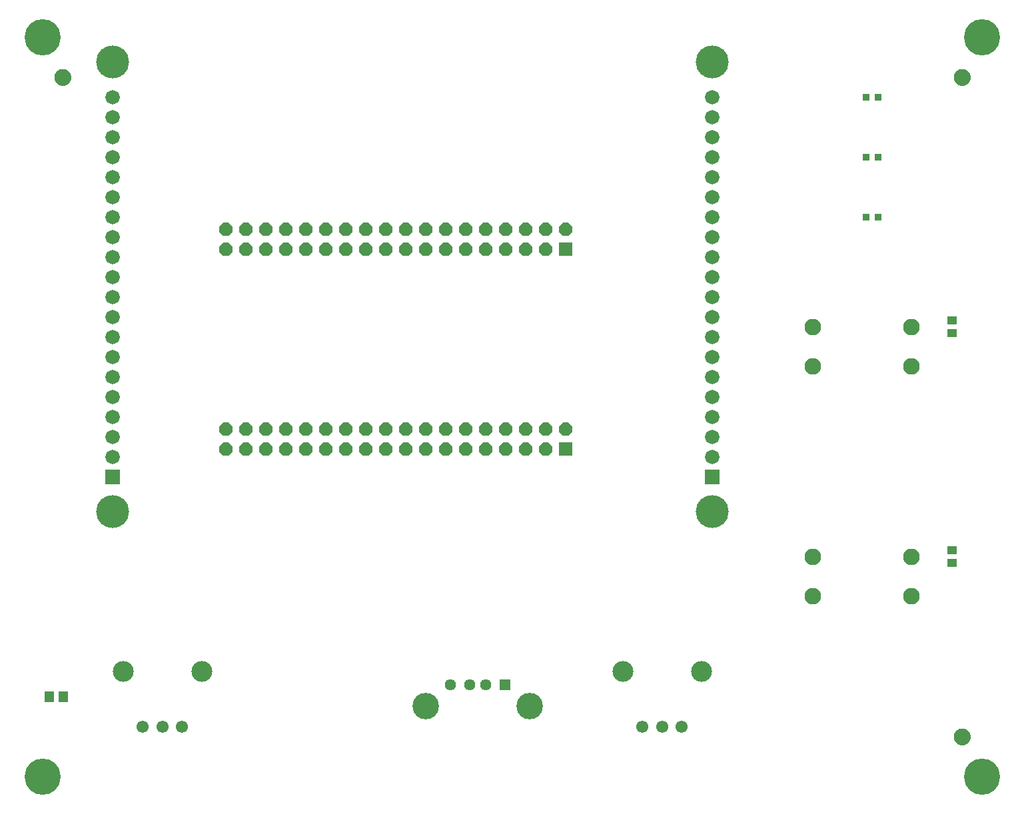
<source format=gbr>
G04 EAGLE Gerber RS-274X export*
G75*
%MOMM*%
%FSLAX34Y34*%
%LPD*%
%INSoldermask Top*%
%IPPOS*%
%AMOC8*
5,1,8,0,0,1.08239X$1,22.5*%
G01*
%ADD10R,1.440400X1.440400*%
%ADD11C,1.440400*%
%ADD12C,3.372400*%
%ADD13R,0.952400X0.952400*%
%ADD14C,1.552400*%
%ADD15C,2.652400*%
%ADD16C,2.112400*%
%ADD17R,1.183641X1.102359*%
%ADD18R,1.676400X1.676400*%
%ADD19P,1.814519X8X202.500000*%
%ADD20R,1.828800X1.828800*%
%ADD21C,1.828800*%
%ADD22C,4.168400*%
%ADD23C,4.597400*%
%ADD24C,0.609600*%
%ADD25C,1.168400*%
%ADD26R,1.295400X1.422400*%


D10*
X626110Y154940D03*
D11*
X601110Y154940D03*
X581110Y154940D03*
X556110Y154940D03*
D12*
X656810Y127840D03*
X525410Y127840D03*
D13*
X1084700Y901700D03*
X1099700Y901700D03*
D14*
X800500Y101600D03*
X825500Y101600D03*
X850500Y101600D03*
D15*
X775500Y171600D03*
X875500Y171600D03*
D16*
X1142000Y609200D03*
X1142000Y559200D03*
X1017000Y559200D03*
X1017000Y609200D03*
D17*
X1193800Y601599D03*
X1193800Y617601D03*
D13*
X1084700Y825500D03*
X1099700Y825500D03*
X1084700Y749300D03*
X1099700Y749300D03*
D16*
X1142000Y317100D03*
X1142000Y267100D03*
X1017000Y267100D03*
X1017000Y317100D03*
D17*
X1193800Y309499D03*
X1193800Y325501D03*
D14*
X165500Y101600D03*
X190500Y101600D03*
X215500Y101600D03*
D15*
X140500Y171600D03*
X240500Y171600D03*
D18*
X702900Y454400D03*
D19*
X702900Y479800D03*
X677500Y454400D03*
X677500Y479800D03*
X652100Y454400D03*
X652100Y479800D03*
X626700Y454400D03*
X626700Y479800D03*
X601300Y454400D03*
X601300Y479800D03*
X575900Y454400D03*
X575900Y479800D03*
X550500Y454400D03*
X550500Y479800D03*
X525100Y454400D03*
X525100Y479800D03*
X499700Y454400D03*
X499700Y479800D03*
X474300Y454400D03*
X474300Y479800D03*
X448900Y454400D03*
X448900Y479800D03*
X423500Y454400D03*
X423500Y479800D03*
X398100Y454400D03*
X398100Y479800D03*
X372700Y454400D03*
X372700Y479800D03*
X347300Y454400D03*
X347300Y479800D03*
X321900Y454400D03*
X321900Y479800D03*
X296500Y454400D03*
X296500Y479800D03*
X271100Y454400D03*
X271100Y479800D03*
D18*
X702900Y708400D03*
D19*
X702900Y733800D03*
X677500Y708400D03*
X677500Y733800D03*
X652100Y708400D03*
X652100Y733800D03*
X626700Y708400D03*
X626700Y733800D03*
X601300Y708400D03*
X601300Y733800D03*
X575900Y708400D03*
X575900Y733800D03*
X550500Y708400D03*
X550500Y733800D03*
X525100Y708400D03*
X525100Y733800D03*
X499700Y708400D03*
X499700Y733800D03*
X474300Y708400D03*
X474300Y733800D03*
X448900Y708400D03*
X448900Y733800D03*
X423500Y708400D03*
X423500Y733800D03*
X398100Y708400D03*
X398100Y733800D03*
X372700Y708400D03*
X372700Y733800D03*
X347300Y708400D03*
X347300Y733800D03*
X321900Y708400D03*
X321900Y733800D03*
X296500Y708400D03*
X296500Y733800D03*
X271100Y708400D03*
X271100Y733800D03*
D20*
X127000Y419100D03*
D21*
X127000Y444500D03*
X127000Y469900D03*
X127000Y495300D03*
X127000Y520700D03*
X127000Y546100D03*
X127000Y571500D03*
X127000Y596900D03*
X127000Y622300D03*
X127000Y647700D03*
X127000Y673100D03*
X127000Y698500D03*
X127000Y723900D03*
X127000Y749300D03*
X127000Y774700D03*
X127000Y800100D03*
X127000Y825500D03*
X127000Y850900D03*
X127000Y876300D03*
X127000Y901700D03*
D20*
X889000Y419100D03*
D21*
X889000Y444500D03*
X889000Y469900D03*
X889000Y495300D03*
X889000Y520700D03*
X889000Y546100D03*
X889000Y571500D03*
X889000Y596900D03*
X889000Y622300D03*
X889000Y647700D03*
X889000Y673100D03*
X889000Y698500D03*
X889000Y723900D03*
X889000Y749300D03*
X889000Y774700D03*
X889000Y800100D03*
X889000Y825500D03*
X889000Y850900D03*
X889000Y876300D03*
X889000Y901700D03*
D22*
X889000Y374650D03*
X889000Y946150D03*
X127000Y374650D03*
X127000Y946150D03*
D23*
X38100Y977900D03*
X1231900Y38100D03*
X38100Y38100D03*
X1231900Y977900D03*
D24*
X1198880Y88900D02*
X1198882Y89087D01*
X1198889Y89274D01*
X1198901Y89461D01*
X1198917Y89647D01*
X1198937Y89833D01*
X1198962Y90018D01*
X1198992Y90203D01*
X1199026Y90387D01*
X1199065Y90570D01*
X1199108Y90752D01*
X1199156Y90932D01*
X1199208Y91112D01*
X1199265Y91290D01*
X1199325Y91467D01*
X1199391Y91642D01*
X1199460Y91816D01*
X1199534Y91988D01*
X1199612Y92158D01*
X1199694Y92326D01*
X1199780Y92492D01*
X1199870Y92656D01*
X1199964Y92817D01*
X1200062Y92977D01*
X1200164Y93133D01*
X1200270Y93288D01*
X1200380Y93439D01*
X1200493Y93588D01*
X1200610Y93734D01*
X1200730Y93877D01*
X1200854Y94017D01*
X1200981Y94154D01*
X1201112Y94288D01*
X1201246Y94419D01*
X1201383Y94546D01*
X1201523Y94670D01*
X1201666Y94790D01*
X1201812Y94907D01*
X1201961Y95020D01*
X1202112Y95130D01*
X1202267Y95236D01*
X1202423Y95338D01*
X1202583Y95436D01*
X1202744Y95530D01*
X1202908Y95620D01*
X1203074Y95706D01*
X1203242Y95788D01*
X1203412Y95866D01*
X1203584Y95940D01*
X1203758Y96009D01*
X1203933Y96075D01*
X1204110Y96135D01*
X1204288Y96192D01*
X1204468Y96244D01*
X1204648Y96292D01*
X1204830Y96335D01*
X1205013Y96374D01*
X1205197Y96408D01*
X1205382Y96438D01*
X1205567Y96463D01*
X1205753Y96483D01*
X1205939Y96499D01*
X1206126Y96511D01*
X1206313Y96518D01*
X1206500Y96520D01*
X1206687Y96518D01*
X1206874Y96511D01*
X1207061Y96499D01*
X1207247Y96483D01*
X1207433Y96463D01*
X1207618Y96438D01*
X1207803Y96408D01*
X1207987Y96374D01*
X1208170Y96335D01*
X1208352Y96292D01*
X1208532Y96244D01*
X1208712Y96192D01*
X1208890Y96135D01*
X1209067Y96075D01*
X1209242Y96009D01*
X1209416Y95940D01*
X1209588Y95866D01*
X1209758Y95788D01*
X1209926Y95706D01*
X1210092Y95620D01*
X1210256Y95530D01*
X1210417Y95436D01*
X1210577Y95338D01*
X1210733Y95236D01*
X1210888Y95130D01*
X1211039Y95020D01*
X1211188Y94907D01*
X1211334Y94790D01*
X1211477Y94670D01*
X1211617Y94546D01*
X1211754Y94419D01*
X1211888Y94288D01*
X1212019Y94154D01*
X1212146Y94017D01*
X1212270Y93877D01*
X1212390Y93734D01*
X1212507Y93588D01*
X1212620Y93439D01*
X1212730Y93288D01*
X1212836Y93133D01*
X1212938Y92977D01*
X1213036Y92817D01*
X1213130Y92656D01*
X1213220Y92492D01*
X1213306Y92326D01*
X1213388Y92158D01*
X1213466Y91988D01*
X1213540Y91816D01*
X1213609Y91642D01*
X1213675Y91467D01*
X1213735Y91290D01*
X1213792Y91112D01*
X1213844Y90932D01*
X1213892Y90752D01*
X1213935Y90570D01*
X1213974Y90387D01*
X1214008Y90203D01*
X1214038Y90018D01*
X1214063Y89833D01*
X1214083Y89647D01*
X1214099Y89461D01*
X1214111Y89274D01*
X1214118Y89087D01*
X1214120Y88900D01*
X1214118Y88713D01*
X1214111Y88526D01*
X1214099Y88339D01*
X1214083Y88153D01*
X1214063Y87967D01*
X1214038Y87782D01*
X1214008Y87597D01*
X1213974Y87413D01*
X1213935Y87230D01*
X1213892Y87048D01*
X1213844Y86868D01*
X1213792Y86688D01*
X1213735Y86510D01*
X1213675Y86333D01*
X1213609Y86158D01*
X1213540Y85984D01*
X1213466Y85812D01*
X1213388Y85642D01*
X1213306Y85474D01*
X1213220Y85308D01*
X1213130Y85144D01*
X1213036Y84983D01*
X1212938Y84823D01*
X1212836Y84667D01*
X1212730Y84512D01*
X1212620Y84361D01*
X1212507Y84212D01*
X1212390Y84066D01*
X1212270Y83923D01*
X1212146Y83783D01*
X1212019Y83646D01*
X1211888Y83512D01*
X1211754Y83381D01*
X1211617Y83254D01*
X1211477Y83130D01*
X1211334Y83010D01*
X1211188Y82893D01*
X1211039Y82780D01*
X1210888Y82670D01*
X1210733Y82564D01*
X1210577Y82462D01*
X1210417Y82364D01*
X1210256Y82270D01*
X1210092Y82180D01*
X1209926Y82094D01*
X1209758Y82012D01*
X1209588Y81934D01*
X1209416Y81860D01*
X1209242Y81791D01*
X1209067Y81725D01*
X1208890Y81665D01*
X1208712Y81608D01*
X1208532Y81556D01*
X1208352Y81508D01*
X1208170Y81465D01*
X1207987Y81426D01*
X1207803Y81392D01*
X1207618Y81362D01*
X1207433Y81337D01*
X1207247Y81317D01*
X1207061Y81301D01*
X1206874Y81289D01*
X1206687Y81282D01*
X1206500Y81280D01*
X1206313Y81282D01*
X1206126Y81289D01*
X1205939Y81301D01*
X1205753Y81317D01*
X1205567Y81337D01*
X1205382Y81362D01*
X1205197Y81392D01*
X1205013Y81426D01*
X1204830Y81465D01*
X1204648Y81508D01*
X1204468Y81556D01*
X1204288Y81608D01*
X1204110Y81665D01*
X1203933Y81725D01*
X1203758Y81791D01*
X1203584Y81860D01*
X1203412Y81934D01*
X1203242Y82012D01*
X1203074Y82094D01*
X1202908Y82180D01*
X1202744Y82270D01*
X1202583Y82364D01*
X1202423Y82462D01*
X1202267Y82564D01*
X1202112Y82670D01*
X1201961Y82780D01*
X1201812Y82893D01*
X1201666Y83010D01*
X1201523Y83130D01*
X1201383Y83254D01*
X1201246Y83381D01*
X1201112Y83512D01*
X1200981Y83646D01*
X1200854Y83783D01*
X1200730Y83923D01*
X1200610Y84066D01*
X1200493Y84212D01*
X1200380Y84361D01*
X1200270Y84512D01*
X1200164Y84667D01*
X1200062Y84823D01*
X1199964Y84983D01*
X1199870Y85144D01*
X1199780Y85308D01*
X1199694Y85474D01*
X1199612Y85642D01*
X1199534Y85812D01*
X1199460Y85984D01*
X1199391Y86158D01*
X1199325Y86333D01*
X1199265Y86510D01*
X1199208Y86688D01*
X1199156Y86868D01*
X1199108Y87048D01*
X1199065Y87230D01*
X1199026Y87413D01*
X1198992Y87597D01*
X1198962Y87782D01*
X1198937Y87967D01*
X1198917Y88153D01*
X1198901Y88339D01*
X1198889Y88526D01*
X1198882Y88713D01*
X1198880Y88900D01*
D25*
X1206500Y88900D03*
D24*
X55880Y927100D02*
X55882Y927287D01*
X55889Y927474D01*
X55901Y927661D01*
X55917Y927847D01*
X55937Y928033D01*
X55962Y928218D01*
X55992Y928403D01*
X56026Y928587D01*
X56065Y928770D01*
X56108Y928952D01*
X56156Y929132D01*
X56208Y929312D01*
X56265Y929490D01*
X56325Y929667D01*
X56391Y929842D01*
X56460Y930016D01*
X56534Y930188D01*
X56612Y930358D01*
X56694Y930526D01*
X56780Y930692D01*
X56870Y930856D01*
X56964Y931017D01*
X57062Y931177D01*
X57164Y931333D01*
X57270Y931488D01*
X57380Y931639D01*
X57493Y931788D01*
X57610Y931934D01*
X57730Y932077D01*
X57854Y932217D01*
X57981Y932354D01*
X58112Y932488D01*
X58246Y932619D01*
X58383Y932746D01*
X58523Y932870D01*
X58666Y932990D01*
X58812Y933107D01*
X58961Y933220D01*
X59112Y933330D01*
X59267Y933436D01*
X59423Y933538D01*
X59583Y933636D01*
X59744Y933730D01*
X59908Y933820D01*
X60074Y933906D01*
X60242Y933988D01*
X60412Y934066D01*
X60584Y934140D01*
X60758Y934209D01*
X60933Y934275D01*
X61110Y934335D01*
X61288Y934392D01*
X61468Y934444D01*
X61648Y934492D01*
X61830Y934535D01*
X62013Y934574D01*
X62197Y934608D01*
X62382Y934638D01*
X62567Y934663D01*
X62753Y934683D01*
X62939Y934699D01*
X63126Y934711D01*
X63313Y934718D01*
X63500Y934720D01*
X63687Y934718D01*
X63874Y934711D01*
X64061Y934699D01*
X64247Y934683D01*
X64433Y934663D01*
X64618Y934638D01*
X64803Y934608D01*
X64987Y934574D01*
X65170Y934535D01*
X65352Y934492D01*
X65532Y934444D01*
X65712Y934392D01*
X65890Y934335D01*
X66067Y934275D01*
X66242Y934209D01*
X66416Y934140D01*
X66588Y934066D01*
X66758Y933988D01*
X66926Y933906D01*
X67092Y933820D01*
X67256Y933730D01*
X67417Y933636D01*
X67577Y933538D01*
X67733Y933436D01*
X67888Y933330D01*
X68039Y933220D01*
X68188Y933107D01*
X68334Y932990D01*
X68477Y932870D01*
X68617Y932746D01*
X68754Y932619D01*
X68888Y932488D01*
X69019Y932354D01*
X69146Y932217D01*
X69270Y932077D01*
X69390Y931934D01*
X69507Y931788D01*
X69620Y931639D01*
X69730Y931488D01*
X69836Y931333D01*
X69938Y931177D01*
X70036Y931017D01*
X70130Y930856D01*
X70220Y930692D01*
X70306Y930526D01*
X70388Y930358D01*
X70466Y930188D01*
X70540Y930016D01*
X70609Y929842D01*
X70675Y929667D01*
X70735Y929490D01*
X70792Y929312D01*
X70844Y929132D01*
X70892Y928952D01*
X70935Y928770D01*
X70974Y928587D01*
X71008Y928403D01*
X71038Y928218D01*
X71063Y928033D01*
X71083Y927847D01*
X71099Y927661D01*
X71111Y927474D01*
X71118Y927287D01*
X71120Y927100D01*
X71118Y926913D01*
X71111Y926726D01*
X71099Y926539D01*
X71083Y926353D01*
X71063Y926167D01*
X71038Y925982D01*
X71008Y925797D01*
X70974Y925613D01*
X70935Y925430D01*
X70892Y925248D01*
X70844Y925068D01*
X70792Y924888D01*
X70735Y924710D01*
X70675Y924533D01*
X70609Y924358D01*
X70540Y924184D01*
X70466Y924012D01*
X70388Y923842D01*
X70306Y923674D01*
X70220Y923508D01*
X70130Y923344D01*
X70036Y923183D01*
X69938Y923023D01*
X69836Y922867D01*
X69730Y922712D01*
X69620Y922561D01*
X69507Y922412D01*
X69390Y922266D01*
X69270Y922123D01*
X69146Y921983D01*
X69019Y921846D01*
X68888Y921712D01*
X68754Y921581D01*
X68617Y921454D01*
X68477Y921330D01*
X68334Y921210D01*
X68188Y921093D01*
X68039Y920980D01*
X67888Y920870D01*
X67733Y920764D01*
X67577Y920662D01*
X67417Y920564D01*
X67256Y920470D01*
X67092Y920380D01*
X66926Y920294D01*
X66758Y920212D01*
X66588Y920134D01*
X66416Y920060D01*
X66242Y919991D01*
X66067Y919925D01*
X65890Y919865D01*
X65712Y919808D01*
X65532Y919756D01*
X65352Y919708D01*
X65170Y919665D01*
X64987Y919626D01*
X64803Y919592D01*
X64618Y919562D01*
X64433Y919537D01*
X64247Y919517D01*
X64061Y919501D01*
X63874Y919489D01*
X63687Y919482D01*
X63500Y919480D01*
X63313Y919482D01*
X63126Y919489D01*
X62939Y919501D01*
X62753Y919517D01*
X62567Y919537D01*
X62382Y919562D01*
X62197Y919592D01*
X62013Y919626D01*
X61830Y919665D01*
X61648Y919708D01*
X61468Y919756D01*
X61288Y919808D01*
X61110Y919865D01*
X60933Y919925D01*
X60758Y919991D01*
X60584Y920060D01*
X60412Y920134D01*
X60242Y920212D01*
X60074Y920294D01*
X59908Y920380D01*
X59744Y920470D01*
X59583Y920564D01*
X59423Y920662D01*
X59267Y920764D01*
X59112Y920870D01*
X58961Y920980D01*
X58812Y921093D01*
X58666Y921210D01*
X58523Y921330D01*
X58383Y921454D01*
X58246Y921581D01*
X58112Y921712D01*
X57981Y921846D01*
X57854Y921983D01*
X57730Y922123D01*
X57610Y922266D01*
X57493Y922412D01*
X57380Y922561D01*
X57270Y922712D01*
X57164Y922867D01*
X57062Y923023D01*
X56964Y923183D01*
X56870Y923344D01*
X56780Y923508D01*
X56694Y923674D01*
X56612Y923842D01*
X56534Y924012D01*
X56460Y924184D01*
X56391Y924358D01*
X56325Y924533D01*
X56265Y924710D01*
X56208Y924888D01*
X56156Y925068D01*
X56108Y925248D01*
X56065Y925430D01*
X56026Y925613D01*
X55992Y925797D01*
X55962Y925982D01*
X55937Y926167D01*
X55917Y926353D01*
X55901Y926539D01*
X55889Y926726D01*
X55882Y926913D01*
X55880Y927100D01*
D25*
X63500Y927100D03*
D24*
X1198880Y927100D02*
X1198882Y927287D01*
X1198889Y927474D01*
X1198901Y927661D01*
X1198917Y927847D01*
X1198937Y928033D01*
X1198962Y928218D01*
X1198992Y928403D01*
X1199026Y928587D01*
X1199065Y928770D01*
X1199108Y928952D01*
X1199156Y929132D01*
X1199208Y929312D01*
X1199265Y929490D01*
X1199325Y929667D01*
X1199391Y929842D01*
X1199460Y930016D01*
X1199534Y930188D01*
X1199612Y930358D01*
X1199694Y930526D01*
X1199780Y930692D01*
X1199870Y930856D01*
X1199964Y931017D01*
X1200062Y931177D01*
X1200164Y931333D01*
X1200270Y931488D01*
X1200380Y931639D01*
X1200493Y931788D01*
X1200610Y931934D01*
X1200730Y932077D01*
X1200854Y932217D01*
X1200981Y932354D01*
X1201112Y932488D01*
X1201246Y932619D01*
X1201383Y932746D01*
X1201523Y932870D01*
X1201666Y932990D01*
X1201812Y933107D01*
X1201961Y933220D01*
X1202112Y933330D01*
X1202267Y933436D01*
X1202423Y933538D01*
X1202583Y933636D01*
X1202744Y933730D01*
X1202908Y933820D01*
X1203074Y933906D01*
X1203242Y933988D01*
X1203412Y934066D01*
X1203584Y934140D01*
X1203758Y934209D01*
X1203933Y934275D01*
X1204110Y934335D01*
X1204288Y934392D01*
X1204468Y934444D01*
X1204648Y934492D01*
X1204830Y934535D01*
X1205013Y934574D01*
X1205197Y934608D01*
X1205382Y934638D01*
X1205567Y934663D01*
X1205753Y934683D01*
X1205939Y934699D01*
X1206126Y934711D01*
X1206313Y934718D01*
X1206500Y934720D01*
X1206687Y934718D01*
X1206874Y934711D01*
X1207061Y934699D01*
X1207247Y934683D01*
X1207433Y934663D01*
X1207618Y934638D01*
X1207803Y934608D01*
X1207987Y934574D01*
X1208170Y934535D01*
X1208352Y934492D01*
X1208532Y934444D01*
X1208712Y934392D01*
X1208890Y934335D01*
X1209067Y934275D01*
X1209242Y934209D01*
X1209416Y934140D01*
X1209588Y934066D01*
X1209758Y933988D01*
X1209926Y933906D01*
X1210092Y933820D01*
X1210256Y933730D01*
X1210417Y933636D01*
X1210577Y933538D01*
X1210733Y933436D01*
X1210888Y933330D01*
X1211039Y933220D01*
X1211188Y933107D01*
X1211334Y932990D01*
X1211477Y932870D01*
X1211617Y932746D01*
X1211754Y932619D01*
X1211888Y932488D01*
X1212019Y932354D01*
X1212146Y932217D01*
X1212270Y932077D01*
X1212390Y931934D01*
X1212507Y931788D01*
X1212620Y931639D01*
X1212730Y931488D01*
X1212836Y931333D01*
X1212938Y931177D01*
X1213036Y931017D01*
X1213130Y930856D01*
X1213220Y930692D01*
X1213306Y930526D01*
X1213388Y930358D01*
X1213466Y930188D01*
X1213540Y930016D01*
X1213609Y929842D01*
X1213675Y929667D01*
X1213735Y929490D01*
X1213792Y929312D01*
X1213844Y929132D01*
X1213892Y928952D01*
X1213935Y928770D01*
X1213974Y928587D01*
X1214008Y928403D01*
X1214038Y928218D01*
X1214063Y928033D01*
X1214083Y927847D01*
X1214099Y927661D01*
X1214111Y927474D01*
X1214118Y927287D01*
X1214120Y927100D01*
X1214118Y926913D01*
X1214111Y926726D01*
X1214099Y926539D01*
X1214083Y926353D01*
X1214063Y926167D01*
X1214038Y925982D01*
X1214008Y925797D01*
X1213974Y925613D01*
X1213935Y925430D01*
X1213892Y925248D01*
X1213844Y925068D01*
X1213792Y924888D01*
X1213735Y924710D01*
X1213675Y924533D01*
X1213609Y924358D01*
X1213540Y924184D01*
X1213466Y924012D01*
X1213388Y923842D01*
X1213306Y923674D01*
X1213220Y923508D01*
X1213130Y923344D01*
X1213036Y923183D01*
X1212938Y923023D01*
X1212836Y922867D01*
X1212730Y922712D01*
X1212620Y922561D01*
X1212507Y922412D01*
X1212390Y922266D01*
X1212270Y922123D01*
X1212146Y921983D01*
X1212019Y921846D01*
X1211888Y921712D01*
X1211754Y921581D01*
X1211617Y921454D01*
X1211477Y921330D01*
X1211334Y921210D01*
X1211188Y921093D01*
X1211039Y920980D01*
X1210888Y920870D01*
X1210733Y920764D01*
X1210577Y920662D01*
X1210417Y920564D01*
X1210256Y920470D01*
X1210092Y920380D01*
X1209926Y920294D01*
X1209758Y920212D01*
X1209588Y920134D01*
X1209416Y920060D01*
X1209242Y919991D01*
X1209067Y919925D01*
X1208890Y919865D01*
X1208712Y919808D01*
X1208532Y919756D01*
X1208352Y919708D01*
X1208170Y919665D01*
X1207987Y919626D01*
X1207803Y919592D01*
X1207618Y919562D01*
X1207433Y919537D01*
X1207247Y919517D01*
X1207061Y919501D01*
X1206874Y919489D01*
X1206687Y919482D01*
X1206500Y919480D01*
X1206313Y919482D01*
X1206126Y919489D01*
X1205939Y919501D01*
X1205753Y919517D01*
X1205567Y919537D01*
X1205382Y919562D01*
X1205197Y919592D01*
X1205013Y919626D01*
X1204830Y919665D01*
X1204648Y919708D01*
X1204468Y919756D01*
X1204288Y919808D01*
X1204110Y919865D01*
X1203933Y919925D01*
X1203758Y919991D01*
X1203584Y920060D01*
X1203412Y920134D01*
X1203242Y920212D01*
X1203074Y920294D01*
X1202908Y920380D01*
X1202744Y920470D01*
X1202583Y920564D01*
X1202423Y920662D01*
X1202267Y920764D01*
X1202112Y920870D01*
X1201961Y920980D01*
X1201812Y921093D01*
X1201666Y921210D01*
X1201523Y921330D01*
X1201383Y921454D01*
X1201246Y921581D01*
X1201112Y921712D01*
X1200981Y921846D01*
X1200854Y921983D01*
X1200730Y922123D01*
X1200610Y922266D01*
X1200493Y922412D01*
X1200380Y922561D01*
X1200270Y922712D01*
X1200164Y922867D01*
X1200062Y923023D01*
X1199964Y923183D01*
X1199870Y923344D01*
X1199780Y923508D01*
X1199694Y923674D01*
X1199612Y923842D01*
X1199534Y924012D01*
X1199460Y924184D01*
X1199391Y924358D01*
X1199325Y924533D01*
X1199265Y924710D01*
X1199208Y924888D01*
X1199156Y925068D01*
X1199108Y925248D01*
X1199065Y925430D01*
X1199026Y925613D01*
X1198992Y925797D01*
X1198962Y925982D01*
X1198937Y926167D01*
X1198917Y926353D01*
X1198901Y926539D01*
X1198889Y926726D01*
X1198882Y926913D01*
X1198880Y927100D01*
D25*
X1206500Y927100D03*
D26*
X46990Y139700D03*
X64770Y139700D03*
M02*

</source>
